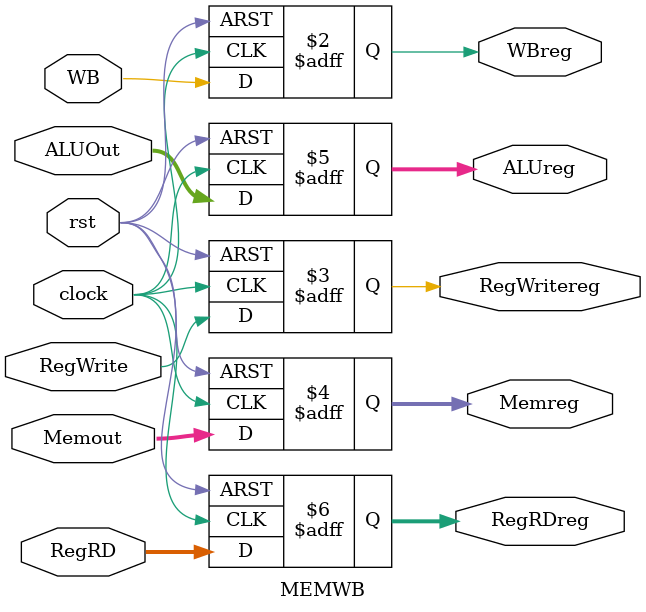
<source format=v>
module MEMWB(clock,rst,WB,RegWrite, RegWritereg,Memout,ALUOut,RegRD,WBreg,Memreg,ALUreg,RegRDreg); 
    input clock,rst; 
    input WB, RegWrite; 
    input [4:0] RegRD; 
    input [31:0] Memout,ALUOut; 
    output reg WBreg, RegWritereg; 
    output reg [31:0] Memreg,ALUreg; 
    output reg [4:0] RegRDreg; 

    always@(posedge clock,posedge rst)
    if (rst)
    begin
        WBreg <= 0; 
        RegWritereg <= 0; 
        Memreg <= 0; 
        ALUreg <= 0; 
        RegRDreg <= 0; 
    end
    else
    begin 
        WBreg <= WB; 
        RegWritereg <= RegWrite;
        Memreg <= Memout; 
        ALUreg <= ALUOut; 
        RegRDreg <= RegRD; 
    end 
    
endmodule 
</source>
